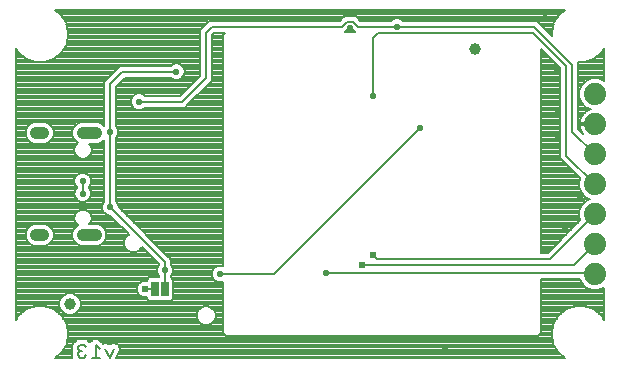
<source format=gbl>
G75*
%MOIN*%
%OFA0B0*%
%FSLAX25Y25*%
%IPPOS*%
%LPD*%
%AMOC8*
5,1,8,0,0,1.08239X$1,22.5*
%
%ADD10C,0.00800*%
%ADD11R,0.02500X0.05000*%
%ADD12C,0.03937*%
%ADD13C,0.03937*%
%ADD14C,0.07400*%
%ADD15C,0.02300*%
%ADD16C,0.02378*%
D10*
X0111189Y0067000D02*
X0113489Y0068930D01*
X0115129Y0071770D01*
X0115129Y0071770D01*
X0115699Y0075000D01*
X0115129Y0078230D01*
X0113489Y0081070D01*
X0110977Y0083178D01*
X0110977Y0083178D01*
X0107895Y0084300D01*
X0104615Y0084300D01*
X0101533Y0083178D01*
X0099021Y0081070D01*
X0098255Y0079744D01*
X0098255Y0170256D01*
X0099021Y0168930D01*
X0099021Y0168930D01*
X0101533Y0166822D01*
X0101533Y0166822D01*
X0104615Y0165700D01*
X0107895Y0165700D01*
X0110977Y0166822D01*
X0113489Y0168930D01*
X0115129Y0171770D01*
X0115129Y0171770D01*
X0115699Y0175000D01*
X0115129Y0178230D01*
X0113489Y0181070D01*
X0111189Y0183000D01*
X0281321Y0183000D01*
X0279021Y0181070D01*
X0277381Y0178230D01*
X0276812Y0175000D01*
X0276914Y0174420D01*
X0273005Y0178328D01*
X0271833Y0179500D01*
X0227144Y0179500D01*
X0226813Y0179831D01*
X0225802Y0180250D01*
X0224708Y0180250D01*
X0223697Y0179831D01*
X0223366Y0179500D01*
X0213083Y0179500D01*
X0211583Y0181000D01*
X0207677Y0181000D01*
X0206177Y0179500D01*
X0162677Y0179500D01*
X0161505Y0178328D01*
X0160677Y0177500D01*
X0159505Y0176328D01*
X0159505Y0161078D01*
X0152927Y0154500D01*
X0141144Y0154500D01*
X0140813Y0154831D01*
X0139802Y0155250D01*
X0138708Y0155250D01*
X0137697Y0154831D01*
X0136924Y0154058D01*
X0136505Y0153047D01*
X0136505Y0151953D01*
X0136924Y0150942D01*
X0137697Y0150169D01*
X0138708Y0149750D01*
X0139802Y0149750D01*
X0140813Y0150169D01*
X0141144Y0150500D01*
X0154583Y0150500D01*
X0155755Y0151672D01*
X0163505Y0159422D01*
X0163505Y0174672D01*
X0164333Y0175500D01*
X0167992Y0175500D01*
X0167155Y0174663D01*
X0167155Y0097604D01*
X0166802Y0097750D01*
X0165708Y0097750D01*
X0164697Y0097331D01*
X0163924Y0096558D01*
X0163505Y0095547D01*
X0163505Y0094453D01*
X0163924Y0093442D01*
X0164697Y0092669D01*
X0165708Y0092250D01*
X0166802Y0092250D01*
X0167155Y0092396D01*
X0167155Y0075337D01*
X0168092Y0074400D01*
X0272418Y0074400D01*
X0273355Y0075337D01*
X0273355Y0093500D01*
X0286140Y0093500D01*
X0286762Y0091998D01*
X0288253Y0090507D01*
X0290201Y0089700D01*
X0292309Y0089700D01*
X0294255Y0090506D01*
X0294255Y0079744D01*
X0293489Y0081070D01*
X0290977Y0083178D01*
X0290977Y0083178D01*
X0287895Y0084300D01*
X0284615Y0084300D01*
X0281533Y0083178D01*
X0279021Y0081070D01*
X0277381Y0078230D01*
X0276812Y0075000D01*
X0277381Y0071770D01*
X0279021Y0068930D01*
X0279021Y0068930D01*
X0281321Y0067000D01*
X0131615Y0067000D01*
X0133014Y0069799D01*
X0132490Y0071371D01*
X0131009Y0072112D01*
X0129454Y0071593D01*
X0127899Y0072112D01*
X0127247Y0071785D01*
X0126850Y0072182D01*
X0126524Y0072508D01*
X0125678Y0073354D01*
X0124022Y0073354D01*
X0123427Y0072759D01*
X0122898Y0072230D01*
X0122698Y0072431D01*
X0121775Y0073354D01*
X0120374Y0073354D01*
X0120238Y0073354D01*
X0120118Y0073354D01*
X0120118Y0073354D01*
X0118717Y0073354D01*
X0118717Y0073354D01*
X0117767Y0072404D01*
X0117545Y0072182D01*
X0116858Y0071495D01*
X0116845Y0071481D01*
X0116845Y0070670D01*
X0116845Y0069380D01*
X0116845Y0069380D01*
X0116845Y0068568D01*
X0116845Y0067022D01*
X0116867Y0067000D01*
X0111189Y0067000D01*
X0111661Y0067396D02*
X0116845Y0067396D01*
X0116845Y0068194D02*
X0112612Y0068194D01*
X0113489Y0068930D02*
X0113489Y0068930D01*
X0113489Y0068930D01*
X0113525Y0068993D02*
X0116845Y0068993D01*
X0116845Y0069791D02*
X0113986Y0069791D01*
X0114447Y0070590D02*
X0116845Y0070590D01*
X0116845Y0071388D02*
X0114908Y0071388D01*
X0115202Y0072187D02*
X0117550Y0072187D01*
X0117545Y0072182D02*
X0117545Y0072182D01*
X0116845Y0071481D02*
X0116845Y0071481D01*
X0115343Y0072985D02*
X0118349Y0072985D01*
X0118717Y0073354D02*
X0118717Y0073354D01*
X0120374Y0073354D02*
X0120374Y0073354D01*
X0121775Y0073354D02*
X0121775Y0073354D01*
X0121775Y0073354D01*
X0122144Y0072985D02*
X0123653Y0072985D01*
X0124850Y0071354D02*
X0126251Y0069952D01*
X0128053Y0069952D02*
X0129454Y0067150D01*
X0130855Y0069952D01*
X0132751Y0070590D02*
X0278063Y0070590D01*
X0277602Y0071388D02*
X0132456Y0071388D01*
X0133010Y0069791D02*
X0278524Y0069791D01*
X0278985Y0068993D02*
X0132611Y0068993D01*
X0132212Y0068194D02*
X0279898Y0068194D01*
X0280849Y0067396D02*
X0131813Y0067396D01*
X0126251Y0067150D02*
X0123449Y0067150D01*
X0124850Y0067150D02*
X0124850Y0071354D01*
X0126047Y0072985D02*
X0277167Y0072985D01*
X0277308Y0072187D02*
X0126845Y0072187D01*
X0126850Y0072182D02*
X0126850Y0072182D01*
X0121647Y0070653D02*
X0120947Y0071354D01*
X0119545Y0071354D01*
X0118845Y0070653D01*
X0118845Y0069952D01*
X0119545Y0069252D01*
X0118845Y0068551D01*
X0118845Y0067851D01*
X0119545Y0067150D01*
X0120947Y0067150D01*
X0121647Y0067851D01*
X0120246Y0069252D02*
X0119545Y0069252D01*
X0115484Y0073784D02*
X0277026Y0073784D01*
X0276885Y0074582D02*
X0272600Y0074582D01*
X0273355Y0075381D02*
X0276879Y0075381D01*
X0276812Y0075000D02*
X0276812Y0075000D01*
X0277020Y0076179D02*
X0273355Y0076179D01*
X0273355Y0076978D02*
X0277160Y0076978D01*
X0277301Y0077776D02*
X0273355Y0077776D01*
X0273355Y0078575D02*
X0277580Y0078575D01*
X0277381Y0078230D02*
X0277381Y0078230D01*
X0278041Y0079373D02*
X0273355Y0079373D01*
X0273355Y0080172D02*
X0278502Y0080172D01*
X0278963Y0080970D02*
X0273355Y0080970D01*
X0273355Y0081769D02*
X0279854Y0081769D01*
X0279021Y0081070D02*
X0279021Y0081070D01*
X0280805Y0082567D02*
X0273355Y0082567D01*
X0273355Y0083366D02*
X0282048Y0083366D01*
X0284242Y0084164D02*
X0273355Y0084164D01*
X0273355Y0084963D02*
X0294255Y0084963D01*
X0294255Y0085761D02*
X0273355Y0085761D01*
X0273355Y0086560D02*
X0294255Y0086560D01*
X0294255Y0087358D02*
X0273355Y0087358D01*
X0273355Y0088157D02*
X0294255Y0088157D01*
X0294255Y0088955D02*
X0273355Y0088955D01*
X0273355Y0089754D02*
X0290071Y0089754D01*
X0288207Y0090552D02*
X0273355Y0090552D01*
X0273355Y0091351D02*
X0287409Y0091351D01*
X0286699Y0092149D02*
X0273355Y0092149D01*
X0273355Y0092948D02*
X0286368Y0092948D01*
X0290755Y0095500D02*
X0291255Y0095000D01*
X0290755Y0095500D02*
X0266255Y0095500D01*
X0201505Y0095500D01*
X0213755Y0098000D02*
X0284255Y0098000D01*
X0291255Y0105000D01*
X0283942Y0110515D02*
X0273355Y0110515D01*
X0273355Y0109717D02*
X0283143Y0109717D01*
X0282345Y0108918D02*
X0273355Y0108918D01*
X0273355Y0108120D02*
X0281546Y0108120D01*
X0280748Y0107321D02*
X0273355Y0107321D01*
X0273355Y0106523D02*
X0279949Y0106523D01*
X0279151Y0105724D02*
X0273355Y0105724D01*
X0273355Y0104926D02*
X0278352Y0104926D01*
X0277554Y0104127D02*
X0273355Y0104127D01*
X0273355Y0103329D02*
X0276755Y0103329D01*
X0275957Y0102530D02*
X0273355Y0102530D01*
X0273355Y0102000D02*
X0273355Y0170072D01*
X0279755Y0163672D01*
X0279755Y0133672D01*
X0273355Y0133672D01*
X0273355Y0134470D02*
X0279755Y0134470D01*
X0279755Y0133672D02*
X0280927Y0132500D01*
X0286370Y0127056D01*
X0285955Y0126054D01*
X0285955Y0123946D01*
X0286762Y0121998D01*
X0288253Y0120507D01*
X0289477Y0120000D01*
X0288253Y0119493D01*
X0286762Y0118002D01*
X0285955Y0116054D01*
X0285955Y0113946D01*
X0286370Y0112944D01*
X0275427Y0102000D01*
X0273355Y0102000D01*
X0276255Y0100000D02*
X0218755Y0100000D01*
X0217255Y0101500D01*
X0184255Y0095000D02*
X0166255Y0095000D01*
X0164306Y0096940D02*
X0150570Y0096940D01*
X0150630Y0096797D02*
X0150211Y0097808D01*
X0149880Y0098139D01*
X0149880Y0099954D01*
X0148708Y0101125D01*
X0132505Y0117328D01*
X0132505Y0117797D01*
X0132086Y0118808D01*
X0131587Y0119308D01*
X0131587Y0140468D01*
X0131918Y0140799D01*
X0132337Y0141810D01*
X0132337Y0142904D01*
X0131918Y0143915D01*
X0131587Y0144246D01*
X0131587Y0157503D01*
X0134583Y0160500D01*
X0149866Y0160500D01*
X0150197Y0160169D01*
X0151208Y0159750D01*
X0152302Y0159750D01*
X0153313Y0160169D01*
X0154086Y0160942D01*
X0154505Y0161953D01*
X0154505Y0163047D01*
X0154086Y0164058D01*
X0153313Y0164831D01*
X0152302Y0165250D01*
X0151208Y0165250D01*
X0150197Y0164831D01*
X0149866Y0164500D01*
X0132927Y0164500D01*
X0127587Y0159160D01*
X0127587Y0144286D01*
X0126839Y0145033D01*
X0125528Y0145576D01*
X0119778Y0145576D01*
X0118466Y0145033D01*
X0117462Y0144029D01*
X0116919Y0142718D01*
X0116919Y0141298D01*
X0117462Y0139986D01*
X0118466Y0138983D01*
X0118913Y0138797D01*
X0118125Y0138009D01*
X0117687Y0136951D01*
X0117687Y0135805D01*
X0118125Y0134747D01*
X0118935Y0133937D01*
X0119993Y0133498D01*
X0121139Y0133498D01*
X0122197Y0133937D01*
X0123007Y0134747D01*
X0123446Y0135805D01*
X0123446Y0136951D01*
X0123007Y0138009D01*
X0122577Y0138439D01*
X0125528Y0138439D01*
X0126839Y0138983D01*
X0127587Y0139730D01*
X0127587Y0118971D01*
X0127424Y0118808D01*
X0127005Y0117797D01*
X0127005Y0116703D01*
X0127424Y0115692D01*
X0128197Y0114919D01*
X0129208Y0114500D01*
X0129677Y0114500D01*
X0135975Y0108202D01*
X0135598Y0108046D01*
X0134705Y0107153D01*
X0134222Y0105986D01*
X0134222Y0104723D01*
X0134705Y0103556D01*
X0135598Y0102663D01*
X0136765Y0102180D01*
X0138028Y0102180D01*
X0139195Y0102663D01*
X0140088Y0103556D01*
X0140244Y0103932D01*
X0145880Y0098297D01*
X0145880Y0098139D01*
X0145549Y0097808D01*
X0145130Y0096797D01*
X0145130Y0095703D01*
X0145549Y0094692D01*
X0145855Y0094386D01*
X0145855Y0094100D01*
X0142742Y0094100D01*
X0141805Y0093163D01*
X0141805Y0092789D01*
X0140700Y0092789D01*
X0139675Y0092364D01*
X0138891Y0091580D01*
X0138466Y0090555D01*
X0138466Y0089445D01*
X0138891Y0088420D01*
X0139675Y0087636D01*
X0140700Y0087211D01*
X0141805Y0087211D01*
X0141805Y0086837D01*
X0142742Y0085900D01*
X0149768Y0085900D01*
X0150705Y0086837D01*
X0150705Y0093163D01*
X0149855Y0094013D01*
X0149855Y0094336D01*
X0150211Y0094692D01*
X0150630Y0095703D01*
X0150630Y0096797D01*
X0150630Y0096142D02*
X0163752Y0096142D01*
X0163505Y0095343D02*
X0150481Y0095343D01*
X0150064Y0094545D02*
X0163505Y0094545D01*
X0163798Y0093746D02*
X0150121Y0093746D01*
X0150705Y0092948D02*
X0164418Y0092948D01*
X0167155Y0092149D02*
X0150705Y0092149D01*
X0150705Y0091351D02*
X0167155Y0091351D01*
X0167155Y0090552D02*
X0150705Y0090552D01*
X0150705Y0089754D02*
X0167155Y0089754D01*
X0167155Y0088955D02*
X0150705Y0088955D01*
X0150705Y0088157D02*
X0167155Y0088157D01*
X0167155Y0087358D02*
X0150705Y0087358D01*
X0150428Y0086560D02*
X0167155Y0086560D01*
X0167155Y0085761D02*
X0119802Y0085761D01*
X0119824Y0085710D02*
X0119280Y0087021D01*
X0118276Y0088025D01*
X0116965Y0088568D01*
X0115545Y0088568D01*
X0114234Y0088025D01*
X0113230Y0087021D01*
X0112687Y0085710D01*
X0112687Y0084290D01*
X0113230Y0082979D01*
X0114234Y0081975D01*
X0115545Y0081431D01*
X0116965Y0081431D01*
X0118276Y0081975D01*
X0119280Y0082979D01*
X0119824Y0084290D01*
X0119824Y0085710D01*
X0119824Y0084963D02*
X0167155Y0084963D01*
X0167155Y0084164D02*
X0162608Y0084164D01*
X0162241Y0084317D02*
X0160978Y0084317D01*
X0159811Y0083833D01*
X0158918Y0082940D01*
X0158435Y0081773D01*
X0158435Y0080510D01*
X0158918Y0079343D01*
X0159811Y0078450D01*
X0160978Y0077967D01*
X0162241Y0077967D01*
X0163408Y0078450D01*
X0164301Y0079343D01*
X0164784Y0080510D01*
X0164784Y0081773D01*
X0164301Y0082940D01*
X0163408Y0083833D01*
X0162241Y0084317D01*
X0160610Y0084164D02*
X0119771Y0084164D01*
X0119441Y0083366D02*
X0159344Y0083366D01*
X0158763Y0082567D02*
X0118869Y0082567D01*
X0117779Y0081769D02*
X0158435Y0081769D01*
X0158435Y0080970D02*
X0113547Y0080970D01*
X0113489Y0081070D02*
X0113489Y0081070D01*
X0114008Y0080172D02*
X0158575Y0080172D01*
X0158906Y0079373D02*
X0114469Y0079373D01*
X0114930Y0078575D02*
X0159687Y0078575D01*
X0163532Y0078575D02*
X0167155Y0078575D01*
X0167155Y0079373D02*
X0164313Y0079373D01*
X0164644Y0080172D02*
X0167155Y0080172D01*
X0167155Y0080970D02*
X0164784Y0080970D01*
X0164784Y0081769D02*
X0167155Y0081769D01*
X0167155Y0082567D02*
X0164455Y0082567D01*
X0163875Y0083366D02*
X0167155Y0083366D01*
X0167155Y0077776D02*
X0115209Y0077776D01*
X0115129Y0078230D02*
X0115129Y0078230D01*
X0115350Y0076978D02*
X0167155Y0076978D01*
X0167155Y0076179D02*
X0115491Y0076179D01*
X0115631Y0075381D02*
X0167155Y0075381D01*
X0167910Y0074582D02*
X0115625Y0074582D01*
X0115699Y0075000D02*
X0115699Y0075000D01*
X0114731Y0081769D02*
X0112657Y0081769D01*
X0111705Y0082567D02*
X0113641Y0082567D01*
X0113069Y0083366D02*
X0110462Y0083366D01*
X0108268Y0084164D02*
X0112739Y0084164D01*
X0112687Y0084963D02*
X0098255Y0084963D01*
X0098255Y0085761D02*
X0112708Y0085761D01*
X0113039Y0086560D02*
X0098255Y0086560D01*
X0098255Y0087358D02*
X0113567Y0087358D01*
X0114551Y0088157D02*
X0098255Y0088157D01*
X0098255Y0088955D02*
X0138669Y0088955D01*
X0138466Y0089754D02*
X0098255Y0089754D01*
X0098255Y0090552D02*
X0138466Y0090552D01*
X0138796Y0091351D02*
X0098255Y0091351D01*
X0098255Y0092149D02*
X0139460Y0092149D01*
X0141805Y0092948D02*
X0098255Y0092948D01*
X0098255Y0093746D02*
X0142389Y0093746D01*
X0145279Y0095343D02*
X0098255Y0095343D01*
X0098255Y0094545D02*
X0145696Y0094545D01*
X0145130Y0096142D02*
X0098255Y0096142D01*
X0098255Y0096940D02*
X0145189Y0096940D01*
X0145520Y0097739D02*
X0098255Y0097739D01*
X0098255Y0098537D02*
X0145639Y0098537D01*
X0144841Y0099336D02*
X0098255Y0099336D01*
X0098255Y0100134D02*
X0144042Y0100134D01*
X0143244Y0100933D02*
X0098255Y0100933D01*
X0098255Y0101732D02*
X0142445Y0101732D01*
X0141647Y0102530D02*
X0138874Y0102530D01*
X0139861Y0103329D02*
X0140848Y0103329D01*
X0143311Y0106523D02*
X0167155Y0106523D01*
X0167155Y0107321D02*
X0142512Y0107321D01*
X0141714Y0108120D02*
X0167155Y0108120D01*
X0167155Y0108918D02*
X0140915Y0108918D01*
X0140117Y0109717D02*
X0167155Y0109717D01*
X0167155Y0110515D02*
X0139318Y0110515D01*
X0138520Y0111314D02*
X0167155Y0111314D01*
X0167155Y0112112D02*
X0137721Y0112112D01*
X0136923Y0112911D02*
X0167155Y0112911D01*
X0167155Y0113709D02*
X0136124Y0113709D01*
X0135326Y0114508D02*
X0167155Y0114508D01*
X0167155Y0115306D02*
X0134527Y0115306D01*
X0133729Y0116105D02*
X0167155Y0116105D01*
X0167155Y0116903D02*
X0132930Y0116903D01*
X0132505Y0117702D02*
X0167155Y0117702D01*
X0167155Y0118500D02*
X0132214Y0118500D01*
X0131595Y0119299D02*
X0167155Y0119299D01*
X0167155Y0120097D02*
X0131587Y0120097D01*
X0131587Y0120896D02*
X0167155Y0120896D01*
X0167155Y0121694D02*
X0131587Y0121694D01*
X0131587Y0122493D02*
X0167155Y0122493D01*
X0167155Y0123291D02*
X0131587Y0123291D01*
X0131587Y0124090D02*
X0167155Y0124090D01*
X0167155Y0124888D02*
X0131587Y0124888D01*
X0131587Y0125687D02*
X0167155Y0125687D01*
X0167155Y0126485D02*
X0131587Y0126485D01*
X0131587Y0127284D02*
X0167155Y0127284D01*
X0167155Y0128082D02*
X0131587Y0128082D01*
X0131587Y0128881D02*
X0167155Y0128881D01*
X0167155Y0129679D02*
X0131587Y0129679D01*
X0131587Y0130478D02*
X0167155Y0130478D01*
X0167155Y0131276D02*
X0131587Y0131276D01*
X0131587Y0132075D02*
X0167155Y0132075D01*
X0167155Y0132873D02*
X0131587Y0132873D01*
X0131587Y0133672D02*
X0167155Y0133672D01*
X0167155Y0134470D02*
X0131587Y0134470D01*
X0131587Y0135269D02*
X0167155Y0135269D01*
X0167155Y0136068D02*
X0131587Y0136068D01*
X0131587Y0136866D02*
X0167155Y0136866D01*
X0167155Y0137665D02*
X0131587Y0137665D01*
X0131587Y0138463D02*
X0167155Y0138463D01*
X0167155Y0139262D02*
X0131587Y0139262D01*
X0131587Y0140060D02*
X0167155Y0140060D01*
X0167155Y0140859D02*
X0131942Y0140859D01*
X0132273Y0141657D02*
X0167155Y0141657D01*
X0167155Y0142456D02*
X0132337Y0142456D01*
X0132192Y0143254D02*
X0167155Y0143254D01*
X0167155Y0144053D02*
X0131780Y0144053D01*
X0131587Y0144851D02*
X0167155Y0144851D01*
X0167155Y0145650D02*
X0131587Y0145650D01*
X0131587Y0146448D02*
X0167155Y0146448D01*
X0167155Y0147247D02*
X0131587Y0147247D01*
X0131587Y0148045D02*
X0167155Y0148045D01*
X0167155Y0148844D02*
X0131587Y0148844D01*
X0131587Y0149642D02*
X0167155Y0149642D01*
X0167155Y0150441D02*
X0141085Y0150441D01*
X0139255Y0152500D02*
X0153755Y0152500D01*
X0161505Y0160250D01*
X0161505Y0175500D01*
X0163505Y0177500D01*
X0207005Y0177500D01*
X0208505Y0179000D01*
X0210755Y0179000D01*
X0212255Y0177500D01*
X0225255Y0177500D01*
X0271005Y0177500D01*
X0283755Y0164750D01*
X0283755Y0142500D01*
X0291255Y0135000D01*
X0283747Y0129679D02*
X0273355Y0129679D01*
X0273355Y0128881D02*
X0284546Y0128881D01*
X0285344Y0128082D02*
X0273355Y0128082D01*
X0273355Y0127284D02*
X0286143Y0127284D01*
X0286134Y0126485D02*
X0273355Y0126485D01*
X0273355Y0125687D02*
X0285955Y0125687D01*
X0285955Y0124888D02*
X0273355Y0124888D01*
X0273355Y0124090D02*
X0285955Y0124090D01*
X0286226Y0123291D02*
X0273355Y0123291D01*
X0273355Y0122493D02*
X0286557Y0122493D01*
X0287065Y0121694D02*
X0273355Y0121694D01*
X0273355Y0120896D02*
X0287864Y0120896D01*
X0289242Y0120097D02*
X0273355Y0120097D01*
X0273355Y0119299D02*
X0288059Y0119299D01*
X0287260Y0118500D02*
X0273355Y0118500D01*
X0273355Y0117702D02*
X0286638Y0117702D01*
X0286307Y0116903D02*
X0273355Y0116903D01*
X0273355Y0116105D02*
X0285976Y0116105D01*
X0285955Y0115306D02*
X0273355Y0115306D01*
X0273355Y0114508D02*
X0285955Y0114508D01*
X0286053Y0113709D02*
X0273355Y0113709D01*
X0273355Y0112911D02*
X0286337Y0112911D01*
X0285539Y0112112D02*
X0273355Y0112112D01*
X0273355Y0111314D02*
X0284740Y0111314D01*
X0291255Y0115000D02*
X0276255Y0100000D01*
X0266755Y0095500D02*
X0266255Y0095500D01*
X0284615Y0084300D02*
X0284615Y0084300D01*
X0288268Y0084164D02*
X0294255Y0084164D01*
X0294255Y0083366D02*
X0290462Y0083366D01*
X0291705Y0082567D02*
X0294255Y0082567D01*
X0294255Y0081769D02*
X0292657Y0081769D01*
X0293489Y0081070D02*
X0293489Y0081070D01*
X0293547Y0080970D02*
X0294255Y0080970D01*
X0294255Y0080172D02*
X0294008Y0080172D01*
X0294255Y0089754D02*
X0292439Y0089754D01*
X0277381Y0071770D02*
X0277381Y0071770D01*
X0233005Y0143750D02*
X0184255Y0095000D01*
X0167155Y0097739D02*
X0166829Y0097739D01*
X0167155Y0098537D02*
X0149880Y0098537D01*
X0149880Y0099336D02*
X0167155Y0099336D01*
X0167155Y0100134D02*
X0149699Y0100134D01*
X0148900Y0100933D02*
X0167155Y0100933D01*
X0167155Y0101732D02*
X0148102Y0101732D01*
X0147303Y0102530D02*
X0167155Y0102530D01*
X0167155Y0103329D02*
X0146505Y0103329D01*
X0145706Y0104127D02*
X0167155Y0104127D01*
X0167155Y0104926D02*
X0144908Y0104926D01*
X0144109Y0105724D02*
X0167155Y0105724D01*
X0165681Y0097739D02*
X0150240Y0097739D01*
X0147880Y0099125D02*
X0147880Y0096250D01*
X0147855Y0096225D01*
X0147855Y0090000D01*
X0144655Y0090000D02*
X0141255Y0090000D01*
X0140345Y0087358D02*
X0118943Y0087358D01*
X0119471Y0086560D02*
X0142083Y0086560D01*
X0139154Y0088157D02*
X0117959Y0088157D01*
X0104242Y0084164D02*
X0098255Y0084164D01*
X0098255Y0083366D02*
X0102048Y0083366D01*
X0101533Y0083178D02*
X0101533Y0083178D01*
X0100805Y0082567D02*
X0098255Y0082567D01*
X0098255Y0081769D02*
X0099854Y0081769D01*
X0099021Y0081070D02*
X0099021Y0081070D01*
X0099021Y0081070D01*
X0098963Y0080970D02*
X0098255Y0080970D01*
X0098255Y0080172D02*
X0098502Y0080172D01*
X0098255Y0102530D02*
X0135919Y0102530D01*
X0134933Y0103329D02*
X0098255Y0103329D01*
X0098255Y0104127D02*
X0134469Y0104127D01*
X0134222Y0104926D02*
X0126740Y0104926D01*
X0126839Y0104967D02*
X0127843Y0105971D01*
X0128387Y0107282D01*
X0128387Y0108702D01*
X0127843Y0110014D01*
X0126839Y0111017D01*
X0125528Y0111561D01*
X0122577Y0111561D01*
X0123007Y0111991D01*
X0123446Y0113049D01*
X0123446Y0114195D01*
X0123007Y0115253D01*
X0122197Y0116063D01*
X0121139Y0116502D01*
X0119993Y0116502D01*
X0118935Y0116063D01*
X0118125Y0115253D01*
X0117687Y0114195D01*
X0117687Y0113049D01*
X0118125Y0111991D01*
X0118913Y0111203D01*
X0118466Y0111017D01*
X0117462Y0110014D01*
X0116919Y0108702D01*
X0116919Y0107282D01*
X0117462Y0105971D01*
X0118466Y0104967D01*
X0119778Y0104424D01*
X0125528Y0104424D01*
X0126839Y0104967D01*
X0127597Y0105724D02*
X0134222Y0105724D01*
X0134444Y0106523D02*
X0128072Y0106523D01*
X0128387Y0107321D02*
X0134874Y0107321D01*
X0135777Y0108120D02*
X0128387Y0108120D01*
X0128297Y0108918D02*
X0135259Y0108918D01*
X0134460Y0109717D02*
X0127966Y0109717D01*
X0127342Y0110515D02*
X0133661Y0110515D01*
X0132863Y0111314D02*
X0126124Y0111314D01*
X0123388Y0112911D02*
X0131266Y0112911D01*
X0130467Y0113709D02*
X0123446Y0113709D01*
X0123316Y0114508D02*
X0129189Y0114508D01*
X0127810Y0115306D02*
X0122954Y0115306D01*
X0122097Y0116105D02*
X0127253Y0116105D01*
X0127005Y0116903D02*
X0098255Y0116903D01*
X0098255Y0116105D02*
X0119035Y0116105D01*
X0118178Y0115306D02*
X0098255Y0115306D01*
X0098255Y0114508D02*
X0117816Y0114508D01*
X0117687Y0113709D02*
X0098255Y0113709D01*
X0098255Y0112911D02*
X0117744Y0112911D01*
X0118075Y0112112D02*
X0098255Y0112112D01*
X0098255Y0111314D02*
X0103709Y0111314D01*
X0104305Y0111561D02*
X0102994Y0111017D01*
X0101990Y0110014D01*
X0101446Y0108702D01*
X0101446Y0107282D01*
X0101990Y0105971D01*
X0102994Y0104967D01*
X0104305Y0104424D01*
X0108087Y0104424D01*
X0109398Y0104967D01*
X0110402Y0105971D01*
X0110946Y0107282D01*
X0110946Y0108702D01*
X0110402Y0110014D01*
X0109398Y0111017D01*
X0108087Y0111561D01*
X0104305Y0111561D01*
X0102491Y0110515D02*
X0098255Y0110515D01*
X0098255Y0109717D02*
X0101867Y0109717D01*
X0101536Y0108918D02*
X0098255Y0108918D01*
X0098255Y0108120D02*
X0101446Y0108120D01*
X0101446Y0107321D02*
X0098255Y0107321D01*
X0098255Y0106523D02*
X0101761Y0106523D01*
X0102236Y0105724D02*
X0098255Y0105724D01*
X0098255Y0104926D02*
X0103093Y0104926D01*
X0109299Y0104926D02*
X0118566Y0104926D01*
X0117709Y0105724D02*
X0110156Y0105724D01*
X0110631Y0106523D02*
X0117234Y0106523D01*
X0116919Y0107321D02*
X0110946Y0107321D01*
X0110946Y0108120D02*
X0116919Y0108120D01*
X0117008Y0108918D02*
X0110856Y0108918D01*
X0110525Y0109717D02*
X0117339Y0109717D01*
X0117964Y0110515D02*
X0109901Y0110515D01*
X0108683Y0111314D02*
X0118802Y0111314D01*
X0123057Y0112112D02*
X0132064Y0112112D01*
X0129755Y0117250D02*
X0147880Y0099125D01*
X0129755Y0117250D02*
X0129587Y0117419D01*
X0129587Y0140000D01*
X0129587Y0158331D01*
X0133755Y0162500D01*
X0151755Y0162500D01*
X0154505Y0162418D02*
X0159505Y0162418D01*
X0159505Y0161620D02*
X0154367Y0161620D01*
X0153966Y0160821D02*
X0159248Y0160821D01*
X0158449Y0160023D02*
X0152961Y0160023D01*
X0150549Y0160023D02*
X0134106Y0160023D01*
X0133308Y0159224D02*
X0157651Y0159224D01*
X0156852Y0158426D02*
X0132509Y0158426D01*
X0131711Y0157627D02*
X0156054Y0157627D01*
X0155255Y0156829D02*
X0131587Y0156829D01*
X0131587Y0156030D02*
X0154457Y0156030D01*
X0153658Y0155232D02*
X0139846Y0155232D01*
X0138664Y0155232D02*
X0131587Y0155232D01*
X0131587Y0154433D02*
X0137299Y0154433D01*
X0136749Y0153635D02*
X0131587Y0153635D01*
X0131587Y0152836D02*
X0136505Y0152836D01*
X0136505Y0152038D02*
X0131587Y0152038D01*
X0131587Y0151239D02*
X0136801Y0151239D01*
X0137425Y0150441D02*
X0131587Y0150441D01*
X0127587Y0150441D02*
X0098255Y0150441D01*
X0098255Y0151239D02*
X0127587Y0151239D01*
X0127587Y0152038D02*
X0098255Y0152038D01*
X0098255Y0152836D02*
X0127587Y0152836D01*
X0127587Y0153635D02*
X0098255Y0153635D01*
X0098255Y0154433D02*
X0127587Y0154433D01*
X0127587Y0155232D02*
X0098255Y0155232D01*
X0098255Y0156030D02*
X0127587Y0156030D01*
X0127587Y0156829D02*
X0098255Y0156829D01*
X0098255Y0157627D02*
X0127587Y0157627D01*
X0127587Y0158426D02*
X0098255Y0158426D01*
X0098255Y0159224D02*
X0127651Y0159224D01*
X0128449Y0160023D02*
X0098255Y0160023D01*
X0098255Y0160821D02*
X0129248Y0160821D01*
X0130047Y0161620D02*
X0098255Y0161620D01*
X0098255Y0162418D02*
X0130845Y0162418D01*
X0131644Y0163217D02*
X0098255Y0163217D01*
X0098255Y0164015D02*
X0132442Y0164015D01*
X0150180Y0164814D02*
X0098255Y0164814D01*
X0098255Y0165612D02*
X0159505Y0165612D01*
X0159505Y0164814D02*
X0153330Y0164814D01*
X0154104Y0164015D02*
X0159505Y0164015D01*
X0159505Y0163217D02*
X0154435Y0163217D01*
X0159505Y0166411D02*
X0109848Y0166411D01*
X0110977Y0166822D02*
X0110977Y0166822D01*
X0111439Y0167209D02*
X0159505Y0167209D01*
X0159505Y0168008D02*
X0112391Y0168008D01*
X0113342Y0168806D02*
X0159505Y0168806D01*
X0159505Y0169605D02*
X0113879Y0169605D01*
X0113489Y0168930D02*
X0113489Y0168930D01*
X0113489Y0168930D01*
X0114340Y0170403D02*
X0159505Y0170403D01*
X0159505Y0171202D02*
X0114801Y0171202D01*
X0115170Y0172001D02*
X0159505Y0172001D01*
X0159505Y0172799D02*
X0115310Y0172799D01*
X0115451Y0173598D02*
X0159505Y0173598D01*
X0159505Y0174396D02*
X0115592Y0174396D01*
X0115699Y0175000D02*
X0115699Y0175000D01*
X0115664Y0175195D02*
X0159505Y0175195D01*
X0159505Y0175993D02*
X0115523Y0175993D01*
X0115383Y0176792D02*
X0159968Y0176792D01*
X0160767Y0177590D02*
X0115242Y0177590D01*
X0115129Y0178230D02*
X0115129Y0178230D01*
X0115037Y0178389D02*
X0161565Y0178389D01*
X0161505Y0178328D02*
X0161505Y0178328D01*
X0162364Y0179187D02*
X0114576Y0179187D01*
X0114115Y0179986D02*
X0206662Y0179986D01*
X0207461Y0180784D02*
X0113654Y0180784D01*
X0113489Y0181070D02*
X0113489Y0181070D01*
X0112878Y0181583D02*
X0279632Y0181583D01*
X0279021Y0181070D02*
X0279021Y0181070D01*
X0279021Y0181070D01*
X0278856Y0180784D02*
X0211799Y0180784D01*
X0212598Y0179986D02*
X0224070Y0179986D01*
X0226440Y0179986D02*
X0278395Y0179986D01*
X0277934Y0179187D02*
X0272146Y0179187D01*
X0272945Y0178389D02*
X0277473Y0178389D01*
X0277381Y0178230D02*
X0277381Y0178230D01*
X0277268Y0177590D02*
X0273743Y0177590D01*
X0274542Y0176792D02*
X0277128Y0176792D01*
X0276987Y0175993D02*
X0275340Y0175993D01*
X0276139Y0175195D02*
X0276846Y0175195D01*
X0276812Y0175000D02*
X0276812Y0175000D01*
X0270755Y0175500D02*
X0219005Y0175500D01*
X0217255Y0173750D01*
X0217255Y0154500D01*
X0211327Y0175600D02*
X0207933Y0175600D01*
X0209005Y0176672D01*
X0209333Y0177000D01*
X0209927Y0177000D01*
X0211327Y0175600D01*
X0210934Y0175993D02*
X0208327Y0175993D01*
X0209125Y0176792D02*
X0210135Y0176792D01*
X0167687Y0175195D02*
X0164028Y0175195D01*
X0163505Y0174396D02*
X0167155Y0174396D01*
X0167155Y0173598D02*
X0163505Y0173598D01*
X0163505Y0172799D02*
X0167155Y0172799D01*
X0167155Y0172001D02*
X0163505Y0172001D01*
X0163505Y0171202D02*
X0167155Y0171202D01*
X0167155Y0170403D02*
X0163505Y0170403D01*
X0163505Y0169605D02*
X0167155Y0169605D01*
X0167155Y0168806D02*
X0163505Y0168806D01*
X0163505Y0168008D02*
X0167155Y0168008D01*
X0167155Y0167209D02*
X0163505Y0167209D01*
X0163505Y0166411D02*
X0167155Y0166411D01*
X0167155Y0165612D02*
X0163505Y0165612D01*
X0163505Y0164814D02*
X0167155Y0164814D01*
X0167155Y0164015D02*
X0163505Y0164015D01*
X0163505Y0163217D02*
X0167155Y0163217D01*
X0167155Y0162418D02*
X0163505Y0162418D01*
X0163505Y0161620D02*
X0167155Y0161620D01*
X0167155Y0160821D02*
X0163505Y0160821D01*
X0163505Y0160023D02*
X0167155Y0160023D01*
X0167155Y0159224D02*
X0163308Y0159224D01*
X0162509Y0158426D02*
X0167155Y0158426D01*
X0167155Y0157627D02*
X0161711Y0157627D01*
X0160912Y0156829D02*
X0167155Y0156829D01*
X0167155Y0156030D02*
X0160114Y0156030D01*
X0159315Y0155232D02*
X0167155Y0155232D01*
X0167155Y0154433D02*
X0158517Y0154433D01*
X0157718Y0153635D02*
X0167155Y0153635D01*
X0167155Y0152836D02*
X0156920Y0152836D01*
X0156121Y0152038D02*
X0167155Y0152038D01*
X0167155Y0151239D02*
X0155323Y0151239D01*
X0129587Y0142357D02*
X0129587Y0140000D01*
X0127587Y0139262D02*
X0127118Y0139262D01*
X0127587Y0138463D02*
X0125585Y0138463D01*
X0127587Y0137665D02*
X0123150Y0137665D01*
X0123446Y0136866D02*
X0127587Y0136866D01*
X0127587Y0136068D02*
X0123446Y0136068D01*
X0123224Y0135269D02*
X0127587Y0135269D01*
X0127587Y0134470D02*
X0122731Y0134470D01*
X0121558Y0133672D02*
X0127587Y0133672D01*
X0127587Y0132873D02*
X0098255Y0132873D01*
X0098255Y0132075D02*
X0127587Y0132075D01*
X0127587Y0131276D02*
X0098255Y0131276D01*
X0098255Y0130478D02*
X0127587Y0130478D01*
X0127587Y0129679D02*
X0098255Y0129679D01*
X0098255Y0128881D02*
X0127587Y0128881D01*
X0127587Y0128082D02*
X0122312Y0128082D01*
X0122063Y0128331D02*
X0121052Y0128750D01*
X0119958Y0128750D01*
X0118947Y0128331D01*
X0118174Y0127558D01*
X0117755Y0126547D01*
X0117755Y0125453D01*
X0118174Y0124442D01*
X0118505Y0124111D01*
X0118505Y0123639D01*
X0118174Y0123308D01*
X0117755Y0122297D01*
X0117755Y0121203D01*
X0118174Y0120192D01*
X0118947Y0119419D01*
X0119958Y0119000D01*
X0121052Y0119000D01*
X0122063Y0119419D01*
X0122836Y0120192D01*
X0123255Y0121203D01*
X0123255Y0122297D01*
X0122836Y0123308D01*
X0122505Y0123639D01*
X0122505Y0124111D01*
X0122836Y0124442D01*
X0123255Y0125453D01*
X0123255Y0126547D01*
X0122836Y0127558D01*
X0122063Y0128331D01*
X0122950Y0127284D02*
X0127587Y0127284D01*
X0127587Y0126485D02*
X0123255Y0126485D01*
X0123255Y0125687D02*
X0127587Y0125687D01*
X0127587Y0124888D02*
X0123021Y0124888D01*
X0122505Y0124090D02*
X0127587Y0124090D01*
X0127587Y0123291D02*
X0122843Y0123291D01*
X0123174Y0122493D02*
X0127587Y0122493D01*
X0127587Y0121694D02*
X0123255Y0121694D01*
X0123128Y0120896D02*
X0127587Y0120896D01*
X0127587Y0120097D02*
X0122741Y0120097D01*
X0121773Y0119299D02*
X0127587Y0119299D01*
X0127296Y0118500D02*
X0098255Y0118500D01*
X0098255Y0117702D02*
X0127005Y0117702D01*
X0120505Y0121750D02*
X0120505Y0126000D01*
X0117989Y0124888D02*
X0098255Y0124888D01*
X0098255Y0124090D02*
X0118505Y0124090D01*
X0118167Y0123291D02*
X0098255Y0123291D01*
X0098255Y0122493D02*
X0117836Y0122493D01*
X0117755Y0121694D02*
X0098255Y0121694D01*
X0098255Y0120896D02*
X0117882Y0120896D01*
X0118269Y0120097D02*
X0098255Y0120097D01*
X0098255Y0119299D02*
X0119237Y0119299D01*
X0117755Y0125687D02*
X0098255Y0125687D01*
X0098255Y0126485D02*
X0117755Y0126485D01*
X0118060Y0127284D02*
X0098255Y0127284D01*
X0098255Y0128082D02*
X0118698Y0128082D01*
X0119574Y0133672D02*
X0098255Y0133672D01*
X0098255Y0134470D02*
X0118401Y0134470D01*
X0117909Y0135269D02*
X0098255Y0135269D01*
X0098255Y0136068D02*
X0117687Y0136068D01*
X0117687Y0136866D02*
X0098255Y0136866D01*
X0098255Y0137665D02*
X0117982Y0137665D01*
X0118579Y0138463D02*
X0108144Y0138463D01*
X0108087Y0138439D02*
X0109398Y0138983D01*
X0110402Y0139986D01*
X0110946Y0141298D01*
X0110946Y0142718D01*
X0110402Y0144029D01*
X0109398Y0145033D01*
X0108087Y0145576D01*
X0104305Y0145576D01*
X0102994Y0145033D01*
X0101990Y0144029D01*
X0101446Y0142718D01*
X0101446Y0141298D01*
X0101990Y0139986D01*
X0102994Y0138983D01*
X0104305Y0138439D01*
X0108087Y0138439D01*
X0109677Y0139262D02*
X0118187Y0139262D01*
X0117432Y0140060D02*
X0110433Y0140060D01*
X0110764Y0140859D02*
X0117101Y0140859D01*
X0116919Y0141657D02*
X0110946Y0141657D01*
X0110946Y0142456D02*
X0116919Y0142456D01*
X0117141Y0143254D02*
X0110723Y0143254D01*
X0110379Y0144053D02*
X0117485Y0144053D01*
X0118284Y0144851D02*
X0109580Y0144851D01*
X0102812Y0144851D02*
X0098255Y0144851D01*
X0098255Y0144053D02*
X0102013Y0144053D01*
X0101669Y0143254D02*
X0098255Y0143254D01*
X0098255Y0142456D02*
X0101446Y0142456D01*
X0101446Y0141657D02*
X0098255Y0141657D01*
X0098255Y0140859D02*
X0101628Y0140859D01*
X0101959Y0140060D02*
X0098255Y0140060D01*
X0098255Y0139262D02*
X0102715Y0139262D01*
X0104248Y0138463D02*
X0098255Y0138463D01*
X0098255Y0145650D02*
X0127587Y0145650D01*
X0127587Y0146448D02*
X0098255Y0146448D01*
X0098255Y0147247D02*
X0127587Y0147247D01*
X0127587Y0148045D02*
X0098255Y0148045D01*
X0098255Y0148844D02*
X0127587Y0148844D01*
X0127587Y0149642D02*
X0098255Y0149642D01*
X0098255Y0166411D02*
X0102662Y0166411D01*
X0101071Y0167209D02*
X0098255Y0167209D01*
X0098255Y0168008D02*
X0100120Y0168008D01*
X0099168Y0168806D02*
X0098255Y0168806D01*
X0098255Y0169605D02*
X0098631Y0169605D01*
X0111927Y0182381D02*
X0280583Y0182381D01*
X0270755Y0175500D02*
X0281755Y0164500D01*
X0281755Y0134500D01*
X0291255Y0125000D01*
X0282949Y0130478D02*
X0273355Y0130478D01*
X0273355Y0131276D02*
X0282150Y0131276D01*
X0281352Y0132075D02*
X0273355Y0132075D01*
X0273355Y0132873D02*
X0280553Y0132873D01*
X0279755Y0135269D02*
X0273355Y0135269D01*
X0273355Y0136068D02*
X0279755Y0136068D01*
X0279755Y0136866D02*
X0273355Y0136866D01*
X0273355Y0137665D02*
X0279755Y0137665D01*
X0279755Y0138463D02*
X0273355Y0138463D01*
X0273355Y0139262D02*
X0279755Y0139262D01*
X0279755Y0140060D02*
X0273355Y0140060D01*
X0273355Y0140859D02*
X0279755Y0140859D01*
X0279755Y0141657D02*
X0273355Y0141657D01*
X0273355Y0142456D02*
X0279755Y0142456D01*
X0279755Y0143254D02*
X0273355Y0143254D01*
X0273355Y0144053D02*
X0279755Y0144053D01*
X0279755Y0144851D02*
X0273355Y0144851D01*
X0273355Y0145650D02*
X0279755Y0145650D01*
X0279755Y0146448D02*
X0273355Y0146448D01*
X0273355Y0147247D02*
X0279755Y0147247D01*
X0279755Y0148045D02*
X0273355Y0148045D01*
X0273355Y0148844D02*
X0279755Y0148844D01*
X0279755Y0149642D02*
X0273355Y0149642D01*
X0273355Y0150441D02*
X0279755Y0150441D01*
X0279755Y0151239D02*
X0273355Y0151239D01*
X0273355Y0152038D02*
X0279755Y0152038D01*
X0279755Y0152836D02*
X0273355Y0152836D01*
X0273355Y0153635D02*
X0279755Y0153635D01*
X0279755Y0154433D02*
X0273355Y0154433D01*
X0273355Y0155232D02*
X0279755Y0155232D01*
X0279755Y0156030D02*
X0273355Y0156030D01*
X0273355Y0156829D02*
X0279755Y0156829D01*
X0279755Y0157627D02*
X0273355Y0157627D01*
X0273355Y0158426D02*
X0279755Y0158426D01*
X0279755Y0159224D02*
X0273355Y0159224D01*
X0273355Y0160023D02*
X0279755Y0160023D01*
X0279755Y0160821D02*
X0273355Y0160821D01*
X0273355Y0161620D02*
X0279755Y0161620D01*
X0279755Y0162418D02*
X0273355Y0162418D01*
X0273355Y0163217D02*
X0279755Y0163217D01*
X0279411Y0164015D02*
X0273355Y0164015D01*
X0273355Y0164814D02*
X0278613Y0164814D01*
X0277814Y0165612D02*
X0273355Y0165612D01*
X0273355Y0166411D02*
X0277016Y0166411D01*
X0276217Y0167209D02*
X0273355Y0167209D01*
X0273355Y0168008D02*
X0275419Y0168008D01*
X0274620Y0168806D02*
X0273355Y0168806D01*
X0273355Y0169605D02*
X0273822Y0169605D01*
X0285633Y0165700D02*
X0287895Y0165700D01*
X0290977Y0166822D01*
X0293489Y0168930D01*
X0293489Y0168930D01*
X0294255Y0170256D01*
X0294255Y0159494D01*
X0292309Y0160300D01*
X0290201Y0160300D01*
X0288253Y0159493D01*
X0286762Y0158002D01*
X0285955Y0156054D01*
X0285955Y0153946D01*
X0286762Y0151998D01*
X0288253Y0150507D01*
X0289768Y0149879D01*
X0289297Y0149726D01*
X0288582Y0149362D01*
X0287933Y0148890D01*
X0287365Y0148322D01*
X0286893Y0147673D01*
X0286529Y0146958D01*
X0286281Y0146194D01*
X0286155Y0145401D01*
X0286155Y0145400D01*
X0290855Y0145400D01*
X0290855Y0144600D01*
X0286155Y0144600D01*
X0286155Y0144599D01*
X0286281Y0143806D01*
X0286529Y0143042D01*
X0286893Y0142327D01*
X0287256Y0141827D01*
X0285755Y0143328D01*
X0285755Y0165578D01*
X0285633Y0165700D01*
X0285721Y0165612D02*
X0294255Y0165612D01*
X0294255Y0164814D02*
X0285755Y0164814D01*
X0285755Y0164015D02*
X0294255Y0164015D01*
X0294255Y0163217D02*
X0285755Y0163217D01*
X0285755Y0162418D02*
X0294255Y0162418D01*
X0294255Y0161620D02*
X0285755Y0161620D01*
X0285755Y0160821D02*
X0294255Y0160821D01*
X0294255Y0160023D02*
X0292978Y0160023D01*
X0289532Y0160023D02*
X0285755Y0160023D01*
X0285755Y0159224D02*
X0287984Y0159224D01*
X0287186Y0158426D02*
X0285755Y0158426D01*
X0285755Y0157627D02*
X0286607Y0157627D01*
X0286276Y0156829D02*
X0285755Y0156829D01*
X0285755Y0156030D02*
X0285955Y0156030D01*
X0285955Y0155232D02*
X0285755Y0155232D01*
X0285755Y0154433D02*
X0285955Y0154433D01*
X0286084Y0153635D02*
X0285755Y0153635D01*
X0285755Y0152836D02*
X0286415Y0152836D01*
X0286745Y0152038D02*
X0285755Y0152038D01*
X0285755Y0151239D02*
X0287521Y0151239D01*
X0288413Y0150441D02*
X0285755Y0150441D01*
X0285755Y0149642D02*
X0289132Y0149642D01*
X0287886Y0148844D02*
X0285755Y0148844D01*
X0285755Y0148045D02*
X0287164Y0148045D01*
X0286676Y0147247D02*
X0285755Y0147247D01*
X0285755Y0146448D02*
X0286363Y0146448D01*
X0286194Y0145650D02*
X0285755Y0145650D01*
X0285755Y0144851D02*
X0290855Y0144851D01*
X0286460Y0143254D02*
X0285829Y0143254D01*
X0285755Y0144053D02*
X0286242Y0144053D01*
X0286628Y0142456D02*
X0286828Y0142456D01*
X0289848Y0166411D02*
X0294255Y0166411D01*
X0294255Y0167209D02*
X0291439Y0167209D01*
X0290977Y0166822D02*
X0290977Y0166822D01*
X0292390Y0168008D02*
X0294255Y0168008D01*
X0294255Y0168806D02*
X0293342Y0168806D01*
X0293879Y0169605D02*
X0294255Y0169605D01*
X0127587Y0144851D02*
X0127021Y0144851D01*
D11*
X0144655Y0090000D03*
X0147855Y0090000D03*
D12*
X0120487Y0107992D02*
X0120487Y0107992D01*
X0124819Y0107992D01*
X0124819Y0107992D01*
X0120487Y0107992D01*
X0105015Y0107992D02*
X0105015Y0107992D01*
X0107377Y0107992D01*
X0107377Y0107992D01*
X0105015Y0107992D01*
X0105015Y0142008D02*
X0105015Y0142008D01*
X0107377Y0142008D01*
X0107377Y0142008D01*
X0105015Y0142008D01*
X0120487Y0142008D02*
X0120487Y0142008D01*
X0124819Y0142008D01*
X0124819Y0142008D01*
X0120487Y0142008D01*
D13*
X0116255Y0085000D03*
X0251255Y0170000D03*
D14*
X0291255Y0155000D03*
X0291255Y0145000D03*
X0291255Y0135000D03*
X0291255Y0125000D03*
X0291255Y0115000D03*
X0291255Y0105000D03*
X0291255Y0095000D03*
D15*
X0281255Y0110000D03*
X0286255Y0120000D03*
X0279005Y0140250D03*
X0278505Y0148500D03*
X0278755Y0163000D03*
X0274755Y0180500D03*
X0225255Y0177500D03*
X0209505Y0177000D03*
X0217255Y0154500D03*
X0233005Y0143750D03*
X0151755Y0162500D03*
X0139255Y0152500D03*
X0129587Y0142357D03*
X0120505Y0126000D03*
X0120505Y0121750D03*
X0129755Y0117250D03*
X0147880Y0096250D03*
X0166255Y0095000D03*
X0201505Y0095500D03*
X0241255Y0070000D03*
D16*
X0213755Y0098000D03*
X0217255Y0101500D03*
X0141255Y0090000D03*
M02*

</source>
